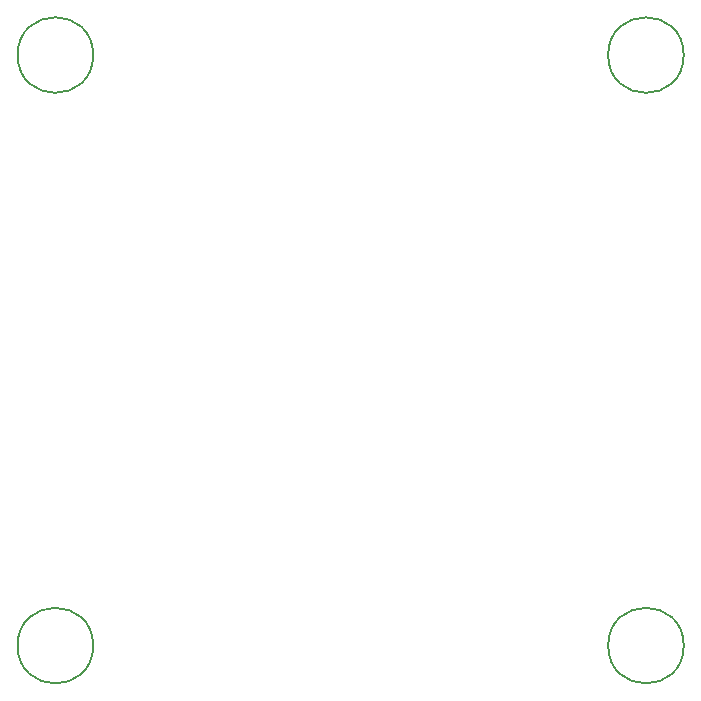
<source format=gbr>
%TF.GenerationSoftware,KiCad,Pcbnew,9.0.0*%
%TF.CreationDate,2025-03-14T15:54:35+08:00*%
%TF.ProjectId,xypad,78797061-642e-46b6-9963-61645f706362,rev?*%
%TF.SameCoordinates,Original*%
%TF.FileFunction,Other,Comment*%
%FSLAX46Y46*%
G04 Gerber Fmt 4.6, Leading zero omitted, Abs format (unit mm)*
G04 Created by KiCad (PCBNEW 9.0.0) date 2025-03-14 15:54:35*
%MOMM*%
%LPD*%
G01*
G04 APERTURE LIST*
%ADD10C,0.150000*%
G04 APERTURE END LIST*
D10*
%TO.C,H4*%
X205075000Y-86075000D02*
G75*
G02*
X198675000Y-86075000I-3200000J0D01*
G01*
X198675000Y-86075000D02*
G75*
G02*
X205075000Y-86075000I3200000J0D01*
G01*
%TO.C,H3*%
X155075000Y-86075000D02*
G75*
G02*
X148675000Y-86075000I-3200000J0D01*
G01*
X148675000Y-86075000D02*
G75*
G02*
X155075000Y-86075000I3200000J0D01*
G01*
%TO.C,H2*%
X205075000Y-36075000D02*
G75*
G02*
X198675000Y-36075000I-3200000J0D01*
G01*
X198675000Y-36075000D02*
G75*
G02*
X205075000Y-36075000I3200000J0D01*
G01*
%TO.C,H1*%
X155075000Y-36075000D02*
G75*
G02*
X148675000Y-36075000I-3200000J0D01*
G01*
X148675000Y-36075000D02*
G75*
G02*
X155075000Y-36075000I3200000J0D01*
G01*
%TD*%
M02*

</source>
